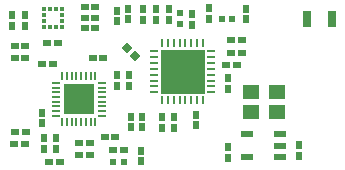
<source format=gtp>
%TF.GenerationSoftware,Altium Limited,Altium Designer,24.5.2 (23)*%
G04 Layer_Color=8421504*
%FSLAX45Y45*%
%MOMM*%
%TF.SameCoordinates,D9EDD973-4EFE-478D-9CC6-8A1B8994CF0D*%
%TF.FilePolarity,Positive*%
%TF.FileFunction,Paste,Top*%
%TF.Part,Single*%
G01*
G75*
%TA.AperFunction,SMDPad,CuDef*%
%ADD11R,2.60000X2.60000*%
%ADD12O,0.20000X0.80000*%
%ADD13O,0.80000X0.20000*%
%ADD14R,0.62000X0.59000*%
%ADD15R,0.70000X0.62000*%
%ADD16R,0.62000X0.70000*%
%ADD17R,0.65000X0.55000*%
%ADD18R,0.59000X0.62000*%
%ADD19R,0.38000X0.32000*%
%ADD20R,0.32000X0.39000*%
%ADD21R,0.39000X0.32000*%
%ADD22R,0.74000X1.47000*%
G04:AMPARAMS|DCode=23|XSize=0.62mm|YSize=0.7mm|CornerRadius=0mm|HoleSize=0mm|Usage=FLASHONLY|Rotation=225.000|XOffset=0mm|YOffset=0mm|HoleType=Round|Shape=Rectangle|*
%AMROTATEDRECTD23*
4,1,4,-0.02829,0.46669,0.46669,-0.02829,0.02829,-0.46669,-0.46669,0.02829,-0.02829,0.46669,0.0*
%
%ADD23ROTATEDRECTD23*%

%ADD24R,0.55000X0.65000*%
%ADD25R,1.00000X0.60000*%
%ADD26R,1.40000X1.20000*%
%ADD27O,0.25000X0.80000*%
%ADD28O,0.80000X0.25000*%
%ADD29R,3.70000X3.70000*%
D11*
X210412Y631400D02*
D03*
D12*
X70412Y826400D02*
D03*
X150412Y826400D02*
D03*
X190413D02*
D03*
X230412D02*
D03*
X270412D02*
D03*
X310412D02*
D03*
X350412D02*
D03*
Y436400D02*
D03*
X310412D02*
D03*
X270412D02*
D03*
X230412Y436400D02*
D03*
X190413Y436400D02*
D03*
X150412Y436400D02*
D03*
X110413Y436400D02*
D03*
X70412Y436400D02*
D03*
X110413Y826400D02*
D03*
D13*
X405412Y771400D02*
D03*
X405413Y731400D02*
D03*
X405412Y691400D02*
D03*
X405413Y651400D02*
D03*
Y611400D02*
D03*
X405412Y571400D02*
D03*
X405413Y531400D02*
D03*
X405412Y491400D02*
D03*
X15412D02*
D03*
X15412Y531400D02*
D03*
Y571400D02*
D03*
Y611400D02*
D03*
Y651400D02*
D03*
X15412Y691400D02*
D03*
X15412Y731400D02*
D03*
X15412Y771400D02*
D03*
D14*
X1071262Y1361173D02*
D03*
Y1270173D02*
D03*
D15*
X327900Y977899D02*
D03*
X419900Y977899D02*
D03*
X-242273Y256448D02*
D03*
X-334273Y256448D02*
D03*
X-240481Y1084272D02*
D03*
X-332481D02*
D03*
X-4800Y927100D02*
D03*
X-96800D02*
D03*
X211373Y260612D02*
D03*
X303373Y260613D02*
D03*
X210482Y161976D02*
D03*
X302482Y161976D02*
D03*
X50481Y98414D02*
D03*
X-41519D02*
D03*
X504350Y205387D02*
D03*
X596350Y205387D02*
D03*
X-58700Y1104900D02*
D03*
X33300D02*
D03*
X1460124Y923569D02*
D03*
X1552124D02*
D03*
X1497355Y1025632D02*
D03*
X1589355D02*
D03*
X1498225Y1130034D02*
D03*
X1590225D02*
D03*
D16*
X632081Y834622D02*
D03*
Y742622D02*
D03*
X533400Y833400D02*
D03*
Y741400D02*
D03*
X-101730Y519589D02*
D03*
X-101731Y427590D02*
D03*
X16254Y301464D02*
D03*
X16254Y209464D02*
D03*
X740872Y106113D02*
D03*
Y198113D02*
D03*
X-85292Y301166D02*
D03*
X-85293Y209166D02*
D03*
X-244494Y1251883D02*
D03*
Y1343884D02*
D03*
X-355668Y1251529D02*
D03*
Y1343529D02*
D03*
X1019113Y481206D02*
D03*
Y389206D02*
D03*
X913363Y390265D02*
D03*
Y482265D02*
D03*
X1471201Y811753D02*
D03*
Y719753D02*
D03*
X758116Y1301741D02*
D03*
Y1393741D02*
D03*
X1168895Y1264667D02*
D03*
Y1356667D02*
D03*
X861478Y1394722D02*
D03*
Y1302722D02*
D03*
X971200Y1392398D02*
D03*
Y1300398D02*
D03*
X1317281Y1311717D02*
D03*
Y1403717D02*
D03*
X1625603Y1307984D02*
D03*
Y1399984D02*
D03*
X2077090Y148782D02*
D03*
Y240782D02*
D03*
X1473200Y131800D02*
D03*
Y223800D02*
D03*
D17*
X-326520Y985106D02*
D03*
X-241519D02*
D03*
X-325086Y356167D02*
D03*
X-240086Y356167D02*
D03*
X521535Y315683D02*
D03*
X436535D02*
D03*
X262300Y1320800D02*
D03*
X347300D02*
D03*
X262300Y1409700D02*
D03*
X347300D02*
D03*
X262300Y1231900D02*
D03*
X347300D02*
D03*
D18*
X589586Y101844D02*
D03*
X498585D02*
D03*
X1421198Y1310876D02*
D03*
X1512198D02*
D03*
D19*
X-85536Y1244269D02*
D03*
X64464Y1394269D02*
D03*
Y1244269D02*
D03*
X-85536Y1394269D02*
D03*
D20*
X14465Y1244269D02*
D03*
X-35535D02*
D03*
X14465Y1394269D02*
D03*
X-35535D02*
D03*
D21*
X64464Y1344269D02*
D03*
Y1294269D02*
D03*
X-85536D02*
D03*
Y1344269D02*
D03*
D22*
X2357259Y1310876D02*
D03*
X2140259D02*
D03*
D23*
X617536Y1062378D02*
D03*
X682590Y997324D02*
D03*
D24*
X627533Y1307957D02*
D03*
Y1392957D02*
D03*
X654242Y395334D02*
D03*
Y480334D02*
D03*
X743142Y395334D02*
D03*
Y480334D02*
D03*
X535438Y1295547D02*
D03*
Y1380547D02*
D03*
X1201696Y500116D02*
D03*
Y415116D02*
D03*
D25*
X1637861Y145471D02*
D03*
Y335471D02*
D03*
X1912861D02*
D03*
Y240471D02*
D03*
Y145471D02*
D03*
D26*
X1891348Y524222D02*
D03*
Y694222D02*
D03*
X1671348Y524222D02*
D03*
Y694222D02*
D03*
D27*
X1264196Y1108287D02*
D03*
X1214196D02*
D03*
X1164196D02*
D03*
X1114196D02*
D03*
X1064196D02*
D03*
X1014196D02*
D03*
X964196D02*
D03*
X914196D02*
D03*
Y623287D02*
D03*
X964196D02*
D03*
X1014196D02*
D03*
X1064196D02*
D03*
X1114196D02*
D03*
X1164196D02*
D03*
X1214196D02*
D03*
X1264196D02*
D03*
D28*
X846696Y1040787D02*
D03*
Y990787D02*
D03*
Y940787D02*
D03*
Y890787D02*
D03*
Y840787D02*
D03*
Y790787D02*
D03*
Y740787D02*
D03*
Y690787D02*
D03*
X1331696D02*
D03*
Y740787D02*
D03*
Y790787D02*
D03*
Y840787D02*
D03*
Y890787D02*
D03*
Y940787D02*
D03*
Y990787D02*
D03*
Y1040787D02*
D03*
D29*
X1089196Y865787D02*
D03*
%TF.MD5,e317db9b348fdfd70377aa5b0870450b*%
M02*

</source>
